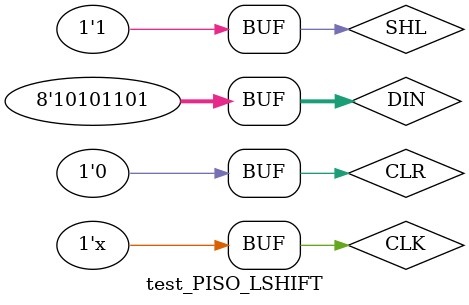
<source format=v>
module test_PISO_LSHIFT;
	
	reg CLK, CLR, SHL;
	reg [7:0] DIN;
	wire Q;
		
	PISO_LSHIFT s1 (CLK, CLR, SHL, DIN, Q);
	
	always
		#5 CLK = ~CLK; 

	initial
		begin
			CLK = 1'b0; 
			CLR = 1'b1;
			DIN = 8'b10101101;
			#10 CLR = 1'b0;
			#5 SHL = 1'b0;	
			#6 SHL = 1'b1;
		end

endmodule
</source>
